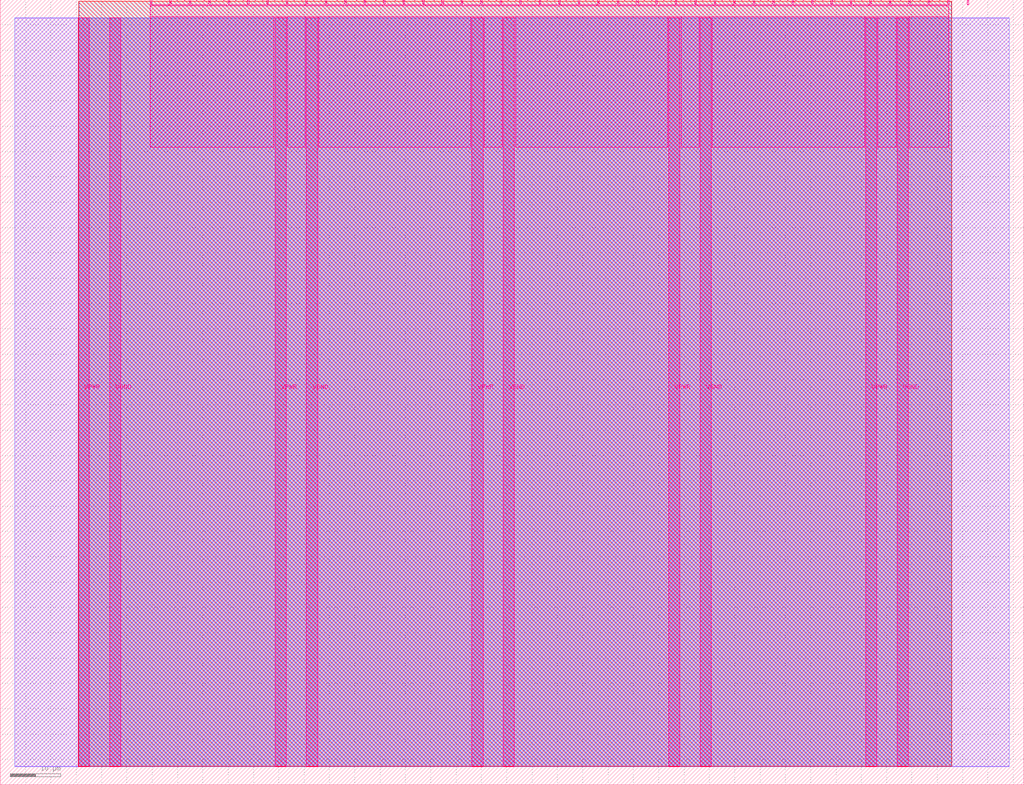
<source format=lef>
VERSION 5.7 ;
  NOWIREEXTENSIONATPIN ON ;
  DIVIDERCHAR "/" ;
  BUSBITCHARS "[]" ;
MACRO tt_um_mac
  CLASS BLOCK ;
  FOREIGN tt_um_mac ;
  ORIGIN 0.000 0.000 ;
  SIZE 202.080 BY 154.980 ;
  PIN VGND
    DIRECTION INOUT ;
    USE GROUND ;
    PORT
      LAYER Metal5 ;
        RECT 21.580 3.560 23.780 151.420 ;
    END
    PORT
      LAYER Metal5 ;
        RECT 60.450 3.560 62.650 151.420 ;
    END
    PORT
      LAYER Metal5 ;
        RECT 99.320 3.560 101.520 151.420 ;
    END
    PORT
      LAYER Metal5 ;
        RECT 138.190 3.560 140.390 151.420 ;
    END
    PORT
      LAYER Metal5 ;
        RECT 177.060 3.560 179.260 151.420 ;
    END
  END VGND
  PIN VPWR
    DIRECTION INOUT ;
    USE POWER ;
    PORT
      LAYER Metal5 ;
        RECT 15.380 3.560 17.580 151.420 ;
    END
    PORT
      LAYER Metal5 ;
        RECT 54.250 3.560 56.450 151.420 ;
    END
    PORT
      LAYER Metal5 ;
        RECT 93.120 3.560 95.320 151.420 ;
    END
    PORT
      LAYER Metal5 ;
        RECT 131.990 3.560 134.190 151.420 ;
    END
    PORT
      LAYER Metal5 ;
        RECT 170.860 3.560 173.060 151.420 ;
    END
  END VPWR
  PIN clk
    DIRECTION INPUT ;
    USE SIGNAL ;
    ANTENNAGATEAREA 0.213200 ;
    PORT
      LAYER Metal5 ;
        RECT 187.050 153.980 187.350 154.980 ;
    END
  END clk
  PIN ena
    DIRECTION INPUT ;
    USE SIGNAL ;
    PORT
      LAYER Metal5 ;
        RECT 190.890 153.980 191.190 154.980 ;
    END
  END ena
  PIN rst_n
    DIRECTION INPUT ;
    USE SIGNAL ;
    ANTENNAGATEAREA 0.213200 ;
    PORT
      LAYER Metal5 ;
        RECT 183.210 153.980 183.510 154.980 ;
    END
  END rst_n
  PIN ui_in[0]
    DIRECTION INPUT ;
    USE SIGNAL ;
    ANTENNAGATEAREA 0.213200 ;
    PORT
      LAYER Metal5 ;
        RECT 179.370 153.980 179.670 154.980 ;
    END
  END ui_in[0]
  PIN ui_in[1]
    DIRECTION INPUT ;
    USE SIGNAL ;
    ANTENNAGATEAREA 0.213200 ;
    PORT
      LAYER Metal5 ;
        RECT 175.530 153.980 175.830 154.980 ;
    END
  END ui_in[1]
  PIN ui_in[2]
    DIRECTION INPUT ;
    USE SIGNAL ;
    ANTENNAGATEAREA 0.213200 ;
    PORT
      LAYER Metal5 ;
        RECT 171.690 153.980 171.990 154.980 ;
    END
  END ui_in[2]
  PIN ui_in[3]
    DIRECTION INPUT ;
    USE SIGNAL ;
    ANTENNAGATEAREA 0.180700 ;
    PORT
      LAYER Metal5 ;
        RECT 167.850 153.980 168.150 154.980 ;
    END
  END ui_in[3]
  PIN ui_in[4]
    DIRECTION INPUT ;
    USE SIGNAL ;
    PORT
      LAYER Metal5 ;
        RECT 164.010 153.980 164.310 154.980 ;
    END
  END ui_in[4]
  PIN ui_in[5]
    DIRECTION INPUT ;
    USE SIGNAL ;
    PORT
      LAYER Metal5 ;
        RECT 160.170 153.980 160.470 154.980 ;
    END
  END ui_in[5]
  PIN ui_in[6]
    DIRECTION INPUT ;
    USE SIGNAL ;
    PORT
      LAYER Metal5 ;
        RECT 156.330 153.980 156.630 154.980 ;
    END
  END ui_in[6]
  PIN ui_in[7]
    DIRECTION INPUT ;
    USE SIGNAL ;
    PORT
      LAYER Metal5 ;
        RECT 152.490 153.980 152.790 154.980 ;
    END
  END ui_in[7]
  PIN uio_in[0]
    DIRECTION INPUT ;
    USE SIGNAL ;
    ANTENNAGATEAREA 0.213200 ;
    PORT
      LAYER Metal5 ;
        RECT 148.650 153.980 148.950 154.980 ;
    END
  END uio_in[0]
  PIN uio_in[1]
    DIRECTION INPUT ;
    USE SIGNAL ;
    ANTENNAGATEAREA 0.180700 ;
    PORT
      LAYER Metal5 ;
        RECT 144.810 153.980 145.110 154.980 ;
    END
  END uio_in[1]
  PIN uio_in[2]
    DIRECTION INPUT ;
    USE SIGNAL ;
    ANTENNAGATEAREA 0.213200 ;
    PORT
      LAYER Metal5 ;
        RECT 140.970 153.980 141.270 154.980 ;
    END
  END uio_in[2]
  PIN uio_in[3]
    DIRECTION INPUT ;
    USE SIGNAL ;
    ANTENNAGATEAREA 0.180700 ;
    PORT
      LAYER Metal5 ;
        RECT 137.130 153.980 137.430 154.980 ;
    END
  END uio_in[3]
  PIN uio_in[4]
    DIRECTION INPUT ;
    USE SIGNAL ;
    PORT
      LAYER Metal5 ;
        RECT 133.290 153.980 133.590 154.980 ;
    END
  END uio_in[4]
  PIN uio_in[5]
    DIRECTION INPUT ;
    USE SIGNAL ;
    PORT
      LAYER Metal5 ;
        RECT 129.450 153.980 129.750 154.980 ;
    END
  END uio_in[5]
  PIN uio_in[6]
    DIRECTION INPUT ;
    USE SIGNAL ;
    PORT
      LAYER Metal5 ;
        RECT 125.610 153.980 125.910 154.980 ;
    END
  END uio_in[6]
  PIN uio_in[7]
    DIRECTION INPUT ;
    USE SIGNAL ;
    PORT
      LAYER Metal5 ;
        RECT 121.770 153.980 122.070 154.980 ;
    END
  END uio_in[7]
  PIN uio_oe[0]
    DIRECTION OUTPUT ;
    USE SIGNAL ;
    ANTENNADIFFAREA 0.299200 ;
    PORT
      LAYER Metal5 ;
        RECT 56.490 153.980 56.790 154.980 ;
    END
  END uio_oe[0]
  PIN uio_oe[1]
    DIRECTION OUTPUT ;
    USE SIGNAL ;
    ANTENNADIFFAREA 0.299200 ;
    PORT
      LAYER Metal5 ;
        RECT 52.650 153.980 52.950 154.980 ;
    END
  END uio_oe[1]
  PIN uio_oe[2]
    DIRECTION OUTPUT ;
    USE SIGNAL ;
    ANTENNADIFFAREA 0.299200 ;
    PORT
      LAYER Metal5 ;
        RECT 48.810 153.980 49.110 154.980 ;
    END
  END uio_oe[2]
  PIN uio_oe[3]
    DIRECTION OUTPUT ;
    USE SIGNAL ;
    ANTENNADIFFAREA 0.299200 ;
    PORT
      LAYER Metal5 ;
        RECT 44.970 153.980 45.270 154.980 ;
    END
  END uio_oe[3]
  PIN uio_oe[4]
    DIRECTION OUTPUT ;
    USE SIGNAL ;
    ANTENNADIFFAREA 0.299200 ;
    PORT
      LAYER Metal5 ;
        RECT 41.130 153.980 41.430 154.980 ;
    END
  END uio_oe[4]
  PIN uio_oe[5]
    DIRECTION OUTPUT ;
    USE SIGNAL ;
    ANTENNADIFFAREA 0.299200 ;
    PORT
      LAYER Metal5 ;
        RECT 37.290 153.980 37.590 154.980 ;
    END
  END uio_oe[5]
  PIN uio_oe[6]
    DIRECTION OUTPUT ;
    USE SIGNAL ;
    ANTENNADIFFAREA 0.299200 ;
    PORT
      LAYER Metal5 ;
        RECT 33.450 153.980 33.750 154.980 ;
    END
  END uio_oe[6]
  PIN uio_oe[7]
    DIRECTION OUTPUT ;
    USE SIGNAL ;
    ANTENNADIFFAREA 0.299200 ;
    PORT
      LAYER Metal5 ;
        RECT 29.610 153.980 29.910 154.980 ;
    END
  END uio_oe[7]
  PIN uio_out[0]
    DIRECTION OUTPUT ;
    USE SIGNAL ;
    ANTENNADIFFAREA 0.299200 ;
    PORT
      LAYER Metal5 ;
        RECT 87.210 153.980 87.510 154.980 ;
    END
  END uio_out[0]
  PIN uio_out[1]
    DIRECTION OUTPUT ;
    USE SIGNAL ;
    ANTENNADIFFAREA 0.299200 ;
    PORT
      LAYER Metal5 ;
        RECT 83.370 153.980 83.670 154.980 ;
    END
  END uio_out[1]
  PIN uio_out[2]
    DIRECTION OUTPUT ;
    USE SIGNAL ;
    ANTENNADIFFAREA 0.299200 ;
    PORT
      LAYER Metal5 ;
        RECT 79.530 153.980 79.830 154.980 ;
    END
  END uio_out[2]
  PIN uio_out[3]
    DIRECTION OUTPUT ;
    USE SIGNAL ;
    ANTENNADIFFAREA 0.299200 ;
    PORT
      LAYER Metal5 ;
        RECT 75.690 153.980 75.990 154.980 ;
    END
  END uio_out[3]
  PIN uio_out[4]
    DIRECTION OUTPUT ;
    USE SIGNAL ;
    ANTENNADIFFAREA 0.299200 ;
    PORT
      LAYER Metal5 ;
        RECT 71.850 153.980 72.150 154.980 ;
    END
  END uio_out[4]
  PIN uio_out[5]
    DIRECTION OUTPUT ;
    USE SIGNAL ;
    ANTENNADIFFAREA 0.299200 ;
    PORT
      LAYER Metal5 ;
        RECT 68.010 153.980 68.310 154.980 ;
    END
  END uio_out[5]
  PIN uio_out[6]
    DIRECTION OUTPUT ;
    USE SIGNAL ;
    ANTENNADIFFAREA 0.299200 ;
    PORT
      LAYER Metal5 ;
        RECT 64.170 153.980 64.470 154.980 ;
    END
  END uio_out[6]
  PIN uio_out[7]
    DIRECTION OUTPUT ;
    USE SIGNAL ;
    ANTENNADIFFAREA 0.299200 ;
    PORT
      LAYER Metal5 ;
        RECT 60.330 153.980 60.630 154.980 ;
    END
  END uio_out[7]
  PIN uo_out[0]
    DIRECTION OUTPUT ;
    USE SIGNAL ;
    ANTENNAGATEAREA 0.635700 ;
    ANTENNADIFFAREA 0.632400 ;
    PORT
      LAYER Metal5 ;
        RECT 117.930 153.980 118.230 154.980 ;
    END
  END uo_out[0]
  PIN uo_out[1]
    DIRECTION OUTPUT ;
    USE SIGNAL ;
    ANTENNAGATEAREA 0.635700 ;
    ANTENNADIFFAREA 0.632400 ;
    PORT
      LAYER Metal5 ;
        RECT 114.090 153.980 114.390 154.980 ;
    END
  END uo_out[1]
  PIN uo_out[2]
    DIRECTION OUTPUT ;
    USE SIGNAL ;
    ANTENNAGATEAREA 0.676000 ;
    ANTENNADIFFAREA 0.632400 ;
    PORT
      LAYER Metal5 ;
        RECT 110.250 153.980 110.550 154.980 ;
    END
  END uo_out[2]
  PIN uo_out[3]
    DIRECTION OUTPUT ;
    USE SIGNAL ;
    ANTENNAGATEAREA 0.635700 ;
    ANTENNADIFFAREA 0.632400 ;
    PORT
      LAYER Metal5 ;
        RECT 106.410 153.980 106.710 154.980 ;
    END
  END uo_out[3]
  PIN uo_out[4]
    DIRECTION OUTPUT ;
    USE SIGNAL ;
    ANTENNAGATEAREA 0.676000 ;
    ANTENNADIFFAREA 0.632400 ;
    PORT
      LAYER Metal5 ;
        RECT 102.570 153.980 102.870 154.980 ;
    END
  END uo_out[4]
  PIN uo_out[5]
    DIRECTION OUTPUT ;
    USE SIGNAL ;
    ANTENNAGATEAREA 0.635700 ;
    ANTENNADIFFAREA 0.632400 ;
    PORT
      LAYER Metal5 ;
        RECT 98.730 153.980 99.030 154.980 ;
    END
  END uo_out[5]
  PIN uo_out[6]
    DIRECTION OUTPUT ;
    USE SIGNAL ;
    ANTENNAGATEAREA 0.676000 ;
    ANTENNADIFFAREA 0.632400 ;
    PORT
      LAYER Metal5 ;
        RECT 94.890 153.980 95.190 154.980 ;
    END
  END uo_out[6]
  PIN uo_out[7]
    DIRECTION OUTPUT ;
    USE SIGNAL ;
    ANTENNAGATEAREA 0.434200 ;
    ANTENNADIFFAREA 0.632400 ;
    PORT
      LAYER Metal5 ;
        RECT 91.050 153.980 91.350 154.980 ;
    END
  END uo_out[7]
  OBS
      LAYER GatPoly ;
        RECT 2.880 3.630 199.200 151.350 ;
      LAYER Metal1 ;
        RECT 2.880 3.560 199.200 151.420 ;
      LAYER Metal2 ;
        RECT 15.515 3.680 187.825 151.300 ;
      LAYER Metal3 ;
        RECT 15.560 3.635 187.780 154.705 ;
      LAYER Metal4 ;
        RECT 15.515 3.680 187.825 154.660 ;
      LAYER Metal5 ;
        RECT 30.120 153.770 33.240 153.980 ;
        RECT 33.960 153.770 37.080 153.980 ;
        RECT 37.800 153.770 40.920 153.980 ;
        RECT 41.640 153.770 44.760 153.980 ;
        RECT 45.480 153.770 48.600 153.980 ;
        RECT 49.320 153.770 52.440 153.980 ;
        RECT 53.160 153.770 56.280 153.980 ;
        RECT 57.000 153.770 60.120 153.980 ;
        RECT 60.840 153.770 63.960 153.980 ;
        RECT 64.680 153.770 67.800 153.980 ;
        RECT 68.520 153.770 71.640 153.980 ;
        RECT 72.360 153.770 75.480 153.980 ;
        RECT 76.200 153.770 79.320 153.980 ;
        RECT 80.040 153.770 83.160 153.980 ;
        RECT 83.880 153.770 87.000 153.980 ;
        RECT 87.720 153.770 90.840 153.980 ;
        RECT 91.560 153.770 94.680 153.980 ;
        RECT 95.400 153.770 98.520 153.980 ;
        RECT 99.240 153.770 102.360 153.980 ;
        RECT 103.080 153.770 106.200 153.980 ;
        RECT 106.920 153.770 110.040 153.980 ;
        RECT 110.760 153.770 113.880 153.980 ;
        RECT 114.600 153.770 117.720 153.980 ;
        RECT 118.440 153.770 121.560 153.980 ;
        RECT 122.280 153.770 125.400 153.980 ;
        RECT 126.120 153.770 129.240 153.980 ;
        RECT 129.960 153.770 133.080 153.980 ;
        RECT 133.800 153.770 136.920 153.980 ;
        RECT 137.640 153.770 140.760 153.980 ;
        RECT 141.480 153.770 144.600 153.980 ;
        RECT 145.320 153.770 148.440 153.980 ;
        RECT 149.160 153.770 152.280 153.980 ;
        RECT 153.000 153.770 156.120 153.980 ;
        RECT 156.840 153.770 159.960 153.980 ;
        RECT 160.680 153.770 163.800 153.980 ;
        RECT 164.520 153.770 167.640 153.980 ;
        RECT 168.360 153.770 171.480 153.980 ;
        RECT 172.200 153.770 175.320 153.980 ;
        RECT 176.040 153.770 179.160 153.980 ;
        RECT 179.880 153.770 183.000 153.980 ;
        RECT 183.720 153.770 186.840 153.980 ;
        RECT 29.660 151.630 187.300 153.770 ;
        RECT 29.660 125.855 54.040 151.630 ;
        RECT 56.660 125.855 60.240 151.630 ;
        RECT 62.860 125.855 92.910 151.630 ;
        RECT 95.530 125.855 99.110 151.630 ;
        RECT 101.730 125.855 131.780 151.630 ;
        RECT 134.400 125.855 137.980 151.630 ;
        RECT 140.600 125.855 170.650 151.630 ;
        RECT 173.270 125.855 176.850 151.630 ;
        RECT 179.470 125.855 187.300 151.630 ;
  END
END tt_um_mac
END LIBRARY


</source>
